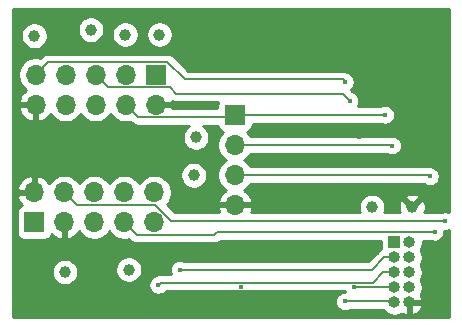
<source format=gbl>
%TF.GenerationSoftware,KiCad,Pcbnew,5.1.8-db9833491~88~ubuntu20.04.1*%
%TF.CreationDate,2021-01-24T20:33:40-05:00*%
%TF.ProjectId,v2.1_breakout,76322e31-5f62-4726-9561-6b6f75742e6b,rev?*%
%TF.SameCoordinates,Original*%
%TF.FileFunction,Copper,L2,Bot*%
%TF.FilePolarity,Positive*%
%FSLAX46Y46*%
G04 Gerber Fmt 4.6, Leading zero omitted, Abs format (unit mm)*
G04 Created by KiCad (PCBNEW 5.1.8-db9833491~88~ubuntu20.04.1) date 2021-01-24 20:33:40*
%MOMM*%
%LPD*%
G01*
G04 APERTURE LIST*
%TA.AperFunction,ComponentPad*%
%ADD10O,1.000000X1.000000*%
%TD*%
%TA.AperFunction,ComponentPad*%
%ADD11R,1.000000X1.000000*%
%TD*%
%TA.AperFunction,ComponentPad*%
%ADD12C,1.000000*%
%TD*%
%TA.AperFunction,ComponentPad*%
%ADD13O,1.700000X1.700000*%
%TD*%
%TA.AperFunction,ComponentPad*%
%ADD14R,1.700000X1.700000*%
%TD*%
%TA.AperFunction,ViaPad*%
%ADD15C,0.400000*%
%TD*%
%TA.AperFunction,Conductor*%
%ADD16C,0.203200*%
%TD*%
%TA.AperFunction,Conductor*%
%ADD17C,0.254000*%
%TD*%
%TA.AperFunction,Conductor*%
%ADD18C,0.100000*%
%TD*%
G04 APERTURE END LIST*
D10*
%TO.P,J2,10*%
%TO.N,/GND*%
X76470000Y-171080000D03*
%TO.P,J2,9*%
%TO.N,/TDI*%
X75200000Y-171080000D03*
%TO.P,J2,8*%
%TO.N,/C2D*%
X76470000Y-169810000D03*
%TO.P,J2,7*%
%TO.N,/TMS*%
X75200000Y-169810000D03*
%TO.P,J2,6*%
%TO.N,/C2CK*%
X76470000Y-168540000D03*
%TO.P,J2,5*%
%TO.N,/TDO*%
X75200000Y-168540000D03*
%TO.P,J2,4*%
%TO.N,/UART0_RX*%
X76470000Y-167270000D03*
%TO.P,J2,3*%
%TO.N,/TCK*%
X75200000Y-167270000D03*
%TO.P,J2,2*%
%TO.N,/UART0_TX*%
X76470000Y-166000000D03*
D11*
%TO.P,J2,1*%
%TO.N,/+3V3*%
X75200000Y-166000000D03*
%TD*%
D12*
%TO.P,TP10,1*%
%TO.N,/C2CK*%
X52700000Y-168300000D03*
%TD*%
%TO.P,TP9,1*%
%TO.N,/TMS*%
X49500000Y-148000000D03*
%TD*%
%TO.P,TP8,1*%
%TO.N,/C2D*%
X47300000Y-168500000D03*
%TD*%
%TO.P,TP7,1*%
%TO.N,/TDI*%
X44700000Y-148500000D03*
%TD*%
%TO.P,TP6,1*%
%TO.N,/GND*%
X76700000Y-163000000D03*
%TD*%
%TO.P,TP5,1*%
%TO.N,/+3V3*%
X73300000Y-163000000D03*
%TD*%
%TO.P,TP4,1*%
%TO.N,/UART0_TX*%
X58400000Y-157100000D03*
%TD*%
%TO.P,TP3,1*%
%TO.N,/TCK*%
X55300000Y-148400000D03*
%TD*%
%TO.P,TP2,1*%
%TO.N,/UART0_RX*%
X58200000Y-160300000D03*
%TD*%
%TO.P,TP1,1*%
%TO.N,/TDO*%
X52400000Y-148400000D03*
%TD*%
D13*
%TO.P,J4,4*%
%TO.N,/GND*%
X61700000Y-162820000D03*
%TO.P,J4,3*%
%TO.N,/UART0_RX*%
X61700000Y-160280000D03*
%TO.P,J4,2*%
%TO.N,/UART0_TX*%
X61700000Y-157740000D03*
D14*
%TO.P,J4,1*%
%TO.N,/+3V3*%
X61700000Y-155200000D03*
%TD*%
D13*
%TO.P,J3,10*%
%TO.N,N/C*%
X54860000Y-161760000D03*
%TO.P,J3,9*%
%TO.N,/GND*%
X54860000Y-164300000D03*
%TO.P,J3,8*%
%TO.N,N/C*%
X52320000Y-161760000D03*
%TO.P,J3,7*%
%TO.N,/C2CK*%
X52320000Y-164300000D03*
%TO.P,J3,6*%
%TO.N,N/C*%
X49780000Y-161760000D03*
%TO.P,J3,5*%
X49780000Y-164300000D03*
%TO.P,J3,4*%
%TO.N,/C2D*%
X47240000Y-161760000D03*
%TO.P,J3,3*%
%TO.N,/GND*%
X47240000Y-164300000D03*
%TO.P,J3,2*%
X44700000Y-161760000D03*
D14*
%TO.P,J3,1*%
%TO.N,N/C*%
X44700000Y-164300000D03*
%TD*%
D13*
%TO.P,J1,10*%
%TO.N,/GND*%
X44810000Y-154340000D03*
%TO.P,J1,9*%
%TO.N,/TDI*%
X44810000Y-151800000D03*
%TO.P,J1,8*%
%TO.N,N/C*%
X47350000Y-154340000D03*
%TO.P,J1,7*%
X47350000Y-151800000D03*
%TO.P,J1,6*%
X49890000Y-154340000D03*
%TO.P,J1,5*%
%TO.N,/TMS*%
X49890000Y-151800000D03*
%TO.P,J1,4*%
%TO.N,/+3V3*%
X52430000Y-154340000D03*
%TO.P,J1,3*%
%TO.N,/TDO*%
X52430000Y-151800000D03*
%TO.P,J1,2*%
%TO.N,/GND*%
X54970000Y-154340000D03*
D14*
%TO.P,J1,1*%
%TO.N,/TCK*%
X54970000Y-151800000D03*
%TD*%
D15*
%TO.N,/GND*%
X75100000Y-172300000D03*
X62200000Y-169800000D03*
X69000000Y-150500000D03*
X46000000Y-158900000D03*
X58700000Y-167200000D03*
X58300000Y-148700000D03*
X68900000Y-158700000D03*
X71300000Y-162700000D03*
X74500000Y-150000000D03*
X72200000Y-157100000D03*
X72300000Y-149700000D03*
X76800000Y-156500000D03*
X61700000Y-166700000D03*
X50400000Y-168200000D03*
X55000000Y-158400000D03*
X51400000Y-158100000D03*
X58500000Y-162100000D03*
%TO.N,/TDI*%
X71000000Y-152400000D03*
X71000000Y-171000000D03*
%TO.N,/TMS*%
X71400000Y-154000000D03*
X71800000Y-169800000D03*
%TO.N,/+3V3*%
X74400000Y-155200000D03*
%TO.N,/TDO*%
X55200000Y-169600000D03*
%TO.N,/TCK*%
X57000000Y-168300000D03*
%TO.N,/C2CK*%
X78600000Y-165100000D03*
%TO.N,/C2D*%
X79496800Y-164200000D03*
%TO.N,/UART0_TX*%
X75000000Y-157800000D03*
%TO.N,/UART0_RX*%
X78200000Y-160400000D03*
%TD*%
D16*
%TO.N,/TDI*%
X45863201Y-150746799D02*
X44810000Y-151800000D01*
X55982561Y-150746799D02*
X45863201Y-150746799D01*
X57435762Y-152200000D02*
X55982561Y-150746799D01*
X70800000Y-152200000D02*
X71000000Y-152400000D01*
X57435762Y-152200000D02*
X70800000Y-152200000D01*
X75120000Y-171000000D02*
X75200000Y-171080000D01*
X71000000Y-171000000D02*
X75120000Y-171000000D01*
%TO.N,/TMS*%
X50943201Y-152853201D02*
X49890000Y-151800000D01*
X56153201Y-152853201D02*
X50943201Y-152853201D01*
X56703201Y-153403201D02*
X56153201Y-152853201D01*
X70803201Y-153403201D02*
X71400000Y-154000000D01*
X56703201Y-153403201D02*
X70803201Y-153403201D01*
X75190000Y-169800000D02*
X75200000Y-169810000D01*
X71800000Y-169800000D02*
X75190000Y-169800000D01*
%TO.N,/+3V3*%
X61506799Y-155393201D02*
X61700000Y-155200000D01*
X53483201Y-155393201D02*
X61506799Y-155393201D01*
X52430000Y-154340000D02*
X53483201Y-155393201D01*
X61700000Y-155200000D02*
X69500000Y-155200000D01*
X69500000Y-155200000D02*
X74400000Y-155200000D01*
%TO.N,/TDO*%
X74260000Y-168540000D02*
X75200000Y-168540000D01*
X73403201Y-169396799D02*
X74260000Y-168540000D01*
X55403201Y-169396799D02*
X73403201Y-169396799D01*
X55200000Y-169600000D02*
X55403201Y-169396799D01*
%TO.N,/TCK*%
X74330000Y-167270000D02*
X75200000Y-167270000D01*
X73300000Y-168300000D02*
X74330000Y-167270000D01*
X57000000Y-168300000D02*
X73300000Y-168300000D01*
%TO.N,/C2CK*%
X53373201Y-165353201D02*
X52320000Y-164300000D01*
X59950061Y-165353201D02*
X53373201Y-165353201D01*
X60203262Y-165100000D02*
X59950061Y-165353201D01*
X78600000Y-165100000D02*
X60203262Y-165100000D01*
%TO.N,/C2D*%
X48293201Y-162813201D02*
X47240000Y-161760000D01*
X54931939Y-162813201D02*
X48293201Y-162813201D01*
X56318738Y-164200000D02*
X54931939Y-162813201D01*
X79496800Y-164200000D02*
X56318738Y-164200000D01*
%TO.N,/UART0_TX*%
X74940000Y-157740000D02*
X75000000Y-157800000D01*
X61700000Y-157740000D02*
X74940000Y-157740000D01*
%TO.N,/UART0_RX*%
X78080000Y-160280000D02*
X78200000Y-160400000D01*
X61700000Y-160280000D02*
X78080000Y-160280000D01*
%TD*%
D17*
%TO.N,/GND*%
X79840000Y-163438361D02*
X79740360Y-163397089D01*
X79579040Y-163365000D01*
X79414560Y-163365000D01*
X79253240Y-163397089D01*
X79101279Y-163460033D01*
X79096240Y-163463400D01*
X77736094Y-163463400D01*
X77782458Y-163359174D01*
X77831731Y-163141095D01*
X77837511Y-162917594D01*
X77799577Y-162697260D01*
X77719387Y-162488560D01*
X77691588Y-162436550D01*
X77478166Y-162401439D01*
X76879605Y-163000000D01*
X76893748Y-163014143D01*
X76714143Y-163193748D01*
X76700000Y-163179605D01*
X76685858Y-163193748D01*
X76506253Y-163014143D01*
X76520395Y-163000000D01*
X75921834Y-162401439D01*
X75708412Y-162436550D01*
X75617542Y-162640826D01*
X75568269Y-162858905D01*
X75562489Y-163082406D01*
X75600423Y-163302740D01*
X75662154Y-163463400D01*
X74336569Y-163463400D01*
X74391383Y-163331067D01*
X74435000Y-163111788D01*
X74435000Y-162888212D01*
X74391383Y-162668933D01*
X74305824Y-162462376D01*
X74181612Y-162276480D01*
X74126966Y-162221834D01*
X76101439Y-162221834D01*
X76700000Y-162820395D01*
X77298561Y-162221834D01*
X77263450Y-162008412D01*
X77059174Y-161917542D01*
X76841095Y-161868269D01*
X76617594Y-161862489D01*
X76397260Y-161900423D01*
X76188560Y-161980613D01*
X76136550Y-162008412D01*
X76101439Y-162221834D01*
X74126966Y-162221834D01*
X74023520Y-162118388D01*
X73837624Y-161994176D01*
X73631067Y-161908617D01*
X73411788Y-161865000D01*
X73188212Y-161865000D01*
X72968933Y-161908617D01*
X72762376Y-161994176D01*
X72576480Y-162118388D01*
X72418388Y-162276480D01*
X72294176Y-162462376D01*
X72208617Y-162668933D01*
X72165000Y-162888212D01*
X72165000Y-163111788D01*
X72208617Y-163331067D01*
X72263431Y-163463400D01*
X63030475Y-163463400D01*
X63096825Y-163324099D01*
X63141476Y-163176890D01*
X63020155Y-162947000D01*
X61827000Y-162947000D01*
X61827000Y-162967000D01*
X61573000Y-162967000D01*
X61573000Y-162947000D01*
X60379845Y-162947000D01*
X60258524Y-163176890D01*
X60303175Y-163324099D01*
X60369525Y-163463400D01*
X56623848Y-163463400D01*
X55940277Y-162779830D01*
X56013475Y-162706632D01*
X56175990Y-162463411D01*
X56287932Y-162193158D01*
X56345000Y-161906260D01*
X56345000Y-161613740D01*
X56287932Y-161326842D01*
X56175990Y-161056589D01*
X56013475Y-160813368D01*
X55806632Y-160606525D01*
X55563411Y-160444010D01*
X55293158Y-160332068D01*
X55006260Y-160275000D01*
X54713740Y-160275000D01*
X54426842Y-160332068D01*
X54156589Y-160444010D01*
X53913368Y-160606525D01*
X53706525Y-160813368D01*
X53590000Y-160987760D01*
X53473475Y-160813368D01*
X53266632Y-160606525D01*
X53023411Y-160444010D01*
X52753158Y-160332068D01*
X52466260Y-160275000D01*
X52173740Y-160275000D01*
X51886842Y-160332068D01*
X51616589Y-160444010D01*
X51373368Y-160606525D01*
X51166525Y-160813368D01*
X51050000Y-160987760D01*
X50933475Y-160813368D01*
X50726632Y-160606525D01*
X50483411Y-160444010D01*
X50213158Y-160332068D01*
X49926260Y-160275000D01*
X49633740Y-160275000D01*
X49346842Y-160332068D01*
X49076589Y-160444010D01*
X48833368Y-160606525D01*
X48626525Y-160813368D01*
X48510000Y-160987760D01*
X48393475Y-160813368D01*
X48186632Y-160606525D01*
X47943411Y-160444010D01*
X47673158Y-160332068D01*
X47386260Y-160275000D01*
X47093740Y-160275000D01*
X46806842Y-160332068D01*
X46536589Y-160444010D01*
X46293368Y-160606525D01*
X46086525Y-160813368D01*
X45964805Y-160995534D01*
X45895178Y-160878645D01*
X45700269Y-160662412D01*
X45466920Y-160488359D01*
X45204099Y-160363175D01*
X45056890Y-160318524D01*
X44827000Y-160439845D01*
X44827000Y-161633000D01*
X44847000Y-161633000D01*
X44847000Y-161887000D01*
X44827000Y-161887000D01*
X44827000Y-161907000D01*
X44573000Y-161907000D01*
X44573000Y-161887000D01*
X43379186Y-161887000D01*
X43258519Y-162116891D01*
X43355843Y-162391252D01*
X43504822Y-162641355D01*
X43681626Y-162837502D01*
X43605820Y-162860498D01*
X43495506Y-162919463D01*
X43398815Y-162998815D01*
X43319463Y-163095506D01*
X43260498Y-163205820D01*
X43224188Y-163325518D01*
X43211928Y-163450000D01*
X43211928Y-165150000D01*
X43224188Y-165274482D01*
X43260498Y-165394180D01*
X43319463Y-165504494D01*
X43398815Y-165601185D01*
X43495506Y-165680537D01*
X43605820Y-165739502D01*
X43725518Y-165775812D01*
X43850000Y-165788072D01*
X45550000Y-165788072D01*
X45674482Y-165775812D01*
X45794180Y-165739502D01*
X45904494Y-165680537D01*
X46001185Y-165601185D01*
X46080537Y-165504494D01*
X46139502Y-165394180D01*
X46163966Y-165313534D01*
X46239731Y-165397588D01*
X46473080Y-165571641D01*
X46735901Y-165696825D01*
X46883110Y-165741476D01*
X47113000Y-165620155D01*
X47113000Y-164427000D01*
X47093000Y-164427000D01*
X47093000Y-164173000D01*
X47113000Y-164173000D01*
X47113000Y-164153000D01*
X47367000Y-164153000D01*
X47367000Y-164173000D01*
X47387000Y-164173000D01*
X47387000Y-164427000D01*
X47367000Y-164427000D01*
X47367000Y-165620155D01*
X47596890Y-165741476D01*
X47744099Y-165696825D01*
X48006920Y-165571641D01*
X48240269Y-165397588D01*
X48435178Y-165181355D01*
X48504805Y-165064466D01*
X48626525Y-165246632D01*
X48833368Y-165453475D01*
X49076589Y-165615990D01*
X49346842Y-165727932D01*
X49633740Y-165785000D01*
X49926260Y-165785000D01*
X50213158Y-165727932D01*
X50483411Y-165615990D01*
X50726632Y-165453475D01*
X50933475Y-165246632D01*
X51050000Y-165072240D01*
X51166525Y-165246632D01*
X51373368Y-165453475D01*
X51616589Y-165615990D01*
X51886842Y-165727932D01*
X52173740Y-165785000D01*
X52466260Y-165785000D01*
X52714009Y-165735719D01*
X52826760Y-165848470D01*
X52849826Y-165876576D01*
X52961988Y-165968625D01*
X53089952Y-166037023D01*
X53228802Y-166079143D01*
X53337015Y-166089801D01*
X53337024Y-166089801D01*
X53373200Y-166093364D01*
X53409376Y-166089801D01*
X59913878Y-166089801D01*
X59950061Y-166093365D01*
X59986244Y-166089801D01*
X59986247Y-166089801D01*
X60094460Y-166079143D01*
X60233310Y-166037023D01*
X60361274Y-165968625D01*
X60473436Y-165876576D01*
X60496507Y-165848464D01*
X60508371Y-165836600D01*
X74061928Y-165836600D01*
X74061928Y-166500000D01*
X74069729Y-166579208D01*
X74046751Y-166586178D01*
X73918787Y-166654576D01*
X73834779Y-166723520D01*
X73806625Y-166746625D01*
X73783559Y-166774731D01*
X72994891Y-167563400D01*
X57400560Y-167563400D01*
X57395521Y-167560033D01*
X57243560Y-167497089D01*
X57082240Y-167465000D01*
X56917760Y-167465000D01*
X56756440Y-167497089D01*
X56604479Y-167560033D01*
X56467719Y-167651413D01*
X56351413Y-167767719D01*
X56260033Y-167904479D01*
X56197089Y-168056440D01*
X56165000Y-168217760D01*
X56165000Y-168382240D01*
X56197089Y-168543560D01*
X56245402Y-168660199D01*
X55439387Y-168660199D01*
X55403201Y-168656635D01*
X55367015Y-168660199D01*
X55258802Y-168670857D01*
X55119952Y-168712977D01*
X54991988Y-168781375D01*
X54978087Y-168792783D01*
X54956440Y-168797089D01*
X54804479Y-168860033D01*
X54667719Y-168951413D01*
X54551413Y-169067719D01*
X54460033Y-169204479D01*
X54397089Y-169356440D01*
X54365000Y-169517760D01*
X54365000Y-169682240D01*
X54397089Y-169843560D01*
X54460033Y-169995521D01*
X54551413Y-170132281D01*
X54667719Y-170248587D01*
X54804479Y-170339967D01*
X54956440Y-170402911D01*
X55117760Y-170435000D01*
X55282240Y-170435000D01*
X55443560Y-170402911D01*
X55595521Y-170339967D01*
X55732281Y-170248587D01*
X55847469Y-170133399D01*
X71034301Y-170133399D01*
X71047391Y-170165000D01*
X70917760Y-170165000D01*
X70756440Y-170197089D01*
X70604479Y-170260033D01*
X70467719Y-170351413D01*
X70351413Y-170467719D01*
X70260033Y-170604479D01*
X70197089Y-170756440D01*
X70165000Y-170917760D01*
X70165000Y-171082240D01*
X70197089Y-171243560D01*
X70260033Y-171395521D01*
X70351413Y-171532281D01*
X70467719Y-171648587D01*
X70604479Y-171739967D01*
X70756440Y-171802911D01*
X70917760Y-171835000D01*
X71082240Y-171835000D01*
X71243560Y-171802911D01*
X71395521Y-171739967D01*
X71400560Y-171736600D01*
X74273673Y-171736600D01*
X74318388Y-171803520D01*
X74476480Y-171961612D01*
X74662376Y-172085824D01*
X74868933Y-172171383D01*
X75088212Y-172215000D01*
X75311788Y-172215000D01*
X75531067Y-172171383D01*
X75737624Y-172085824D01*
X75839512Y-172017744D01*
X75960471Y-172094210D01*
X76168124Y-172174126D01*
X76343000Y-172049129D01*
X76343000Y-171207000D01*
X76597000Y-171207000D01*
X76597000Y-172049129D01*
X76771876Y-172174126D01*
X76979529Y-172094210D01*
X77167601Y-171975318D01*
X77328865Y-171822020D01*
X77457123Y-171640206D01*
X77547446Y-171436864D01*
X77564119Y-171381874D01*
X77437954Y-171207000D01*
X76597000Y-171207000D01*
X76343000Y-171207000D01*
X76331974Y-171207000D01*
X76335000Y-171191788D01*
X76335000Y-170968212D01*
X76331974Y-170953000D01*
X76343000Y-170953000D01*
X76343000Y-170941974D01*
X76358212Y-170945000D01*
X76581788Y-170945000D01*
X76597000Y-170941974D01*
X76597000Y-170953000D01*
X77437954Y-170953000D01*
X77564119Y-170778126D01*
X77547446Y-170723136D01*
X77457123Y-170519794D01*
X77407647Y-170449658D01*
X77475824Y-170347624D01*
X77561383Y-170141067D01*
X77605000Y-169921788D01*
X77605000Y-169698212D01*
X77561383Y-169478933D01*
X77475824Y-169272376D01*
X77410759Y-169175000D01*
X77475824Y-169077624D01*
X77561383Y-168871067D01*
X77605000Y-168651788D01*
X77605000Y-168428212D01*
X77561383Y-168208933D01*
X77475824Y-168002376D01*
X77410759Y-167905000D01*
X77475824Y-167807624D01*
X77561383Y-167601067D01*
X77605000Y-167381788D01*
X77605000Y-167158212D01*
X77561383Y-166938933D01*
X77475824Y-166732376D01*
X77410759Y-166635000D01*
X77475824Y-166537624D01*
X77561383Y-166331067D01*
X77605000Y-166111788D01*
X77605000Y-165888212D01*
X77594734Y-165836600D01*
X78199440Y-165836600D01*
X78204479Y-165839967D01*
X78356440Y-165902911D01*
X78517760Y-165935000D01*
X78682240Y-165935000D01*
X78843560Y-165902911D01*
X78995521Y-165839967D01*
X79132281Y-165748587D01*
X79248587Y-165632281D01*
X79339967Y-165495521D01*
X79402911Y-165343560D01*
X79435000Y-165182240D01*
X79435000Y-165035000D01*
X79579040Y-165035000D01*
X79740360Y-165002911D01*
X79840000Y-164961639D01*
X79840000Y-172340000D01*
X42860000Y-172340000D01*
X42860000Y-168388212D01*
X46165000Y-168388212D01*
X46165000Y-168611788D01*
X46208617Y-168831067D01*
X46294176Y-169037624D01*
X46418388Y-169223520D01*
X46576480Y-169381612D01*
X46762376Y-169505824D01*
X46968933Y-169591383D01*
X47188212Y-169635000D01*
X47411788Y-169635000D01*
X47631067Y-169591383D01*
X47837624Y-169505824D01*
X48023520Y-169381612D01*
X48181612Y-169223520D01*
X48305824Y-169037624D01*
X48391383Y-168831067D01*
X48435000Y-168611788D01*
X48435000Y-168388212D01*
X48395218Y-168188212D01*
X51565000Y-168188212D01*
X51565000Y-168411788D01*
X51608617Y-168631067D01*
X51694176Y-168837624D01*
X51818388Y-169023520D01*
X51976480Y-169181612D01*
X52162376Y-169305824D01*
X52368933Y-169391383D01*
X52588212Y-169435000D01*
X52811788Y-169435000D01*
X53031067Y-169391383D01*
X53237624Y-169305824D01*
X53423520Y-169181612D01*
X53581612Y-169023520D01*
X53705824Y-168837624D01*
X53791383Y-168631067D01*
X53835000Y-168411788D01*
X53835000Y-168188212D01*
X53791383Y-167968933D01*
X53705824Y-167762376D01*
X53581612Y-167576480D01*
X53423520Y-167418388D01*
X53237624Y-167294176D01*
X53031067Y-167208617D01*
X52811788Y-167165000D01*
X52588212Y-167165000D01*
X52368933Y-167208617D01*
X52162376Y-167294176D01*
X51976480Y-167418388D01*
X51818388Y-167576480D01*
X51694176Y-167762376D01*
X51608617Y-167968933D01*
X51565000Y-168188212D01*
X48395218Y-168188212D01*
X48391383Y-168168933D01*
X48305824Y-167962376D01*
X48181612Y-167776480D01*
X48023520Y-167618388D01*
X47837624Y-167494176D01*
X47631067Y-167408617D01*
X47411788Y-167365000D01*
X47188212Y-167365000D01*
X46968933Y-167408617D01*
X46762376Y-167494176D01*
X46576480Y-167618388D01*
X46418388Y-167776480D01*
X46294176Y-167962376D01*
X46208617Y-168168933D01*
X46165000Y-168388212D01*
X42860000Y-168388212D01*
X42860000Y-161403109D01*
X43258519Y-161403109D01*
X43379186Y-161633000D01*
X44573000Y-161633000D01*
X44573000Y-160439845D01*
X44343110Y-160318524D01*
X44195901Y-160363175D01*
X43933080Y-160488359D01*
X43699731Y-160662412D01*
X43504822Y-160878645D01*
X43355843Y-161128748D01*
X43258519Y-161403109D01*
X42860000Y-161403109D01*
X42860000Y-160188212D01*
X57065000Y-160188212D01*
X57065000Y-160411788D01*
X57108617Y-160631067D01*
X57194176Y-160837624D01*
X57318388Y-161023520D01*
X57476480Y-161181612D01*
X57662376Y-161305824D01*
X57868933Y-161391383D01*
X58088212Y-161435000D01*
X58311788Y-161435000D01*
X58531067Y-161391383D01*
X58737624Y-161305824D01*
X58923520Y-161181612D01*
X59081612Y-161023520D01*
X59205824Y-160837624D01*
X59291383Y-160631067D01*
X59335000Y-160411788D01*
X59335000Y-160188212D01*
X59291383Y-159968933D01*
X59205824Y-159762376D01*
X59081612Y-159576480D01*
X58923520Y-159418388D01*
X58737624Y-159294176D01*
X58531067Y-159208617D01*
X58311788Y-159165000D01*
X58088212Y-159165000D01*
X57868933Y-159208617D01*
X57662376Y-159294176D01*
X57476480Y-159418388D01*
X57318388Y-159576480D01*
X57194176Y-159762376D01*
X57108617Y-159968933D01*
X57065000Y-160188212D01*
X42860000Y-160188212D01*
X42860000Y-154696891D01*
X43368519Y-154696891D01*
X43465843Y-154971252D01*
X43614822Y-155221355D01*
X43809731Y-155437588D01*
X44043080Y-155611641D01*
X44305901Y-155736825D01*
X44453110Y-155781476D01*
X44683000Y-155660155D01*
X44683000Y-154467000D01*
X43489186Y-154467000D01*
X43368519Y-154696891D01*
X42860000Y-154696891D01*
X42860000Y-151653740D01*
X43325000Y-151653740D01*
X43325000Y-151946260D01*
X43382068Y-152233158D01*
X43494010Y-152503411D01*
X43656525Y-152746632D01*
X43863368Y-152953475D01*
X44039406Y-153071100D01*
X43809731Y-153242412D01*
X43614822Y-153458645D01*
X43465843Y-153708748D01*
X43368519Y-153983109D01*
X43489186Y-154213000D01*
X44683000Y-154213000D01*
X44683000Y-154193000D01*
X44937000Y-154193000D01*
X44937000Y-154213000D01*
X44957000Y-154213000D01*
X44957000Y-154467000D01*
X44937000Y-154467000D01*
X44937000Y-155660155D01*
X45166890Y-155781476D01*
X45314099Y-155736825D01*
X45576920Y-155611641D01*
X45810269Y-155437588D01*
X46005178Y-155221355D01*
X46074805Y-155104466D01*
X46196525Y-155286632D01*
X46403368Y-155493475D01*
X46646589Y-155655990D01*
X46916842Y-155767932D01*
X47203740Y-155825000D01*
X47496260Y-155825000D01*
X47783158Y-155767932D01*
X48053411Y-155655990D01*
X48296632Y-155493475D01*
X48503475Y-155286632D01*
X48620000Y-155112240D01*
X48736525Y-155286632D01*
X48943368Y-155493475D01*
X49186589Y-155655990D01*
X49456842Y-155767932D01*
X49743740Y-155825000D01*
X50036260Y-155825000D01*
X50323158Y-155767932D01*
X50593411Y-155655990D01*
X50836632Y-155493475D01*
X51043475Y-155286632D01*
X51160000Y-155112240D01*
X51276525Y-155286632D01*
X51483368Y-155493475D01*
X51726589Y-155655990D01*
X51996842Y-155767932D01*
X52283740Y-155825000D01*
X52576260Y-155825000D01*
X52824009Y-155775719D01*
X52936760Y-155888470D01*
X52959826Y-155916576D01*
X53071988Y-156008625D01*
X53199952Y-156077023D01*
X53338802Y-156119143D01*
X53447015Y-156129801D01*
X53447024Y-156129801D01*
X53483200Y-156133364D01*
X53519376Y-156129801D01*
X57809060Y-156129801D01*
X57676480Y-156218388D01*
X57518388Y-156376480D01*
X57394176Y-156562376D01*
X57308617Y-156768933D01*
X57265000Y-156988212D01*
X57265000Y-157211788D01*
X57308617Y-157431067D01*
X57394176Y-157637624D01*
X57518388Y-157823520D01*
X57676480Y-157981612D01*
X57862376Y-158105824D01*
X58068933Y-158191383D01*
X58288212Y-158235000D01*
X58511788Y-158235000D01*
X58731067Y-158191383D01*
X58937624Y-158105824D01*
X59123520Y-157981612D01*
X59281612Y-157823520D01*
X59405824Y-157637624D01*
X59491383Y-157431067D01*
X59535000Y-157211788D01*
X59535000Y-156988212D01*
X59491383Y-156768933D01*
X59405824Y-156562376D01*
X59281612Y-156376480D01*
X59123520Y-156218388D01*
X58990940Y-156129801D01*
X60219787Y-156129801D01*
X60224188Y-156174482D01*
X60260498Y-156294180D01*
X60319463Y-156404494D01*
X60398815Y-156501185D01*
X60495506Y-156580537D01*
X60605820Y-156639502D01*
X60678380Y-156661513D01*
X60546525Y-156793368D01*
X60384010Y-157036589D01*
X60272068Y-157306842D01*
X60215000Y-157593740D01*
X60215000Y-157886260D01*
X60272068Y-158173158D01*
X60384010Y-158443411D01*
X60546525Y-158686632D01*
X60753368Y-158893475D01*
X60927760Y-159010000D01*
X60753368Y-159126525D01*
X60546525Y-159333368D01*
X60384010Y-159576589D01*
X60272068Y-159846842D01*
X60215000Y-160133740D01*
X60215000Y-160426260D01*
X60272068Y-160713158D01*
X60384010Y-160983411D01*
X60546525Y-161226632D01*
X60753368Y-161433475D01*
X60935534Y-161555195D01*
X60818645Y-161624822D01*
X60602412Y-161819731D01*
X60428359Y-162053080D01*
X60303175Y-162315901D01*
X60258524Y-162463110D01*
X60379845Y-162693000D01*
X61573000Y-162693000D01*
X61573000Y-162673000D01*
X61827000Y-162673000D01*
X61827000Y-162693000D01*
X63020155Y-162693000D01*
X63141476Y-162463110D01*
X63096825Y-162315901D01*
X62971641Y-162053080D01*
X62797588Y-161819731D01*
X62581355Y-161624822D01*
X62464466Y-161555195D01*
X62646632Y-161433475D01*
X62853475Y-161226632D01*
X62993814Y-161016600D01*
X77635732Y-161016600D01*
X77667719Y-161048587D01*
X77804479Y-161139967D01*
X77956440Y-161202911D01*
X78117760Y-161235000D01*
X78282240Y-161235000D01*
X78443560Y-161202911D01*
X78595521Y-161139967D01*
X78732281Y-161048587D01*
X78848587Y-160932281D01*
X78939967Y-160795521D01*
X79002911Y-160643560D01*
X79035000Y-160482240D01*
X79035000Y-160317760D01*
X79002911Y-160156440D01*
X78939967Y-160004479D01*
X78848587Y-159867719D01*
X78732281Y-159751413D01*
X78595521Y-159660033D01*
X78443560Y-159597089D01*
X78282240Y-159565000D01*
X78260470Y-159565000D01*
X78224399Y-159554058D01*
X78116186Y-159543400D01*
X78116183Y-159543400D01*
X78080000Y-159539836D01*
X78043817Y-159543400D01*
X62993814Y-159543400D01*
X62853475Y-159333368D01*
X62646632Y-159126525D01*
X62472240Y-159010000D01*
X62646632Y-158893475D01*
X62853475Y-158686632D01*
X62993814Y-158476600D01*
X74509643Y-158476600D01*
X74604479Y-158539967D01*
X74756440Y-158602911D01*
X74917760Y-158635000D01*
X75082240Y-158635000D01*
X75243560Y-158602911D01*
X75395521Y-158539967D01*
X75532281Y-158448587D01*
X75648587Y-158332281D01*
X75739967Y-158195521D01*
X75802911Y-158043560D01*
X75835000Y-157882240D01*
X75835000Y-157717760D01*
X75802911Y-157556440D01*
X75739967Y-157404479D01*
X75648587Y-157267719D01*
X75532281Y-157151413D01*
X75395521Y-157060033D01*
X75243560Y-156997089D01*
X75082240Y-156965000D01*
X74917760Y-156965000D01*
X74756440Y-156997089D01*
X74741204Y-157003400D01*
X62993814Y-157003400D01*
X62853475Y-156793368D01*
X62721620Y-156661513D01*
X62794180Y-156639502D01*
X62904494Y-156580537D01*
X63001185Y-156501185D01*
X63080537Y-156404494D01*
X63139502Y-156294180D01*
X63175812Y-156174482D01*
X63188072Y-156050000D01*
X63188072Y-155936600D01*
X73999440Y-155936600D01*
X74004479Y-155939967D01*
X74156440Y-156002911D01*
X74317760Y-156035000D01*
X74482240Y-156035000D01*
X74643560Y-156002911D01*
X74795521Y-155939967D01*
X74932281Y-155848587D01*
X75048587Y-155732281D01*
X75139967Y-155595521D01*
X75202911Y-155443560D01*
X75235000Y-155282240D01*
X75235000Y-155117760D01*
X75202911Y-154956440D01*
X75139967Y-154804479D01*
X75048587Y-154667719D01*
X74932281Y-154551413D01*
X74795521Y-154460033D01*
X74643560Y-154397089D01*
X74482240Y-154365000D01*
X74317760Y-154365000D01*
X74156440Y-154397089D01*
X74004479Y-154460033D01*
X73999440Y-154463400D01*
X72094612Y-154463400D01*
X72139967Y-154395521D01*
X72202911Y-154243560D01*
X72235000Y-154082240D01*
X72235000Y-153917760D01*
X72202911Y-153756440D01*
X72139967Y-153604479D01*
X72048587Y-153467719D01*
X71932281Y-153351413D01*
X71795521Y-153260033D01*
X71643560Y-153197089D01*
X71637616Y-153195907D01*
X71507113Y-153065404D01*
X71532281Y-153048587D01*
X71648587Y-152932281D01*
X71739967Y-152795521D01*
X71802911Y-152643560D01*
X71835000Y-152482240D01*
X71835000Y-152317760D01*
X71802911Y-152156440D01*
X71739967Y-152004479D01*
X71648587Y-151867719D01*
X71532281Y-151751413D01*
X71395521Y-151660033D01*
X71243560Y-151597089D01*
X71220990Y-151592599D01*
X71211213Y-151584576D01*
X71083249Y-151516178D01*
X70944399Y-151474058D01*
X70836186Y-151463400D01*
X70836183Y-151463400D01*
X70800000Y-151459836D01*
X70763817Y-151463400D01*
X57740872Y-151463400D01*
X56529006Y-150251535D01*
X56505936Y-150223424D01*
X56393774Y-150131375D01*
X56265810Y-150062977D01*
X56126960Y-150020857D01*
X56018747Y-150010199D01*
X56018744Y-150010199D01*
X55982561Y-150006635D01*
X55946378Y-150010199D01*
X45899376Y-150010199D01*
X45863200Y-150006636D01*
X45827024Y-150010199D01*
X45827015Y-150010199D01*
X45718802Y-150020857D01*
X45579952Y-150062977D01*
X45451988Y-150131375D01*
X45339826Y-150223424D01*
X45316760Y-150251530D01*
X45204009Y-150364281D01*
X44956260Y-150315000D01*
X44663740Y-150315000D01*
X44376842Y-150372068D01*
X44106589Y-150484010D01*
X43863368Y-150646525D01*
X43656525Y-150853368D01*
X43494010Y-151096589D01*
X43382068Y-151366842D01*
X43325000Y-151653740D01*
X42860000Y-151653740D01*
X42860000Y-148388212D01*
X43565000Y-148388212D01*
X43565000Y-148611788D01*
X43608617Y-148831067D01*
X43694176Y-149037624D01*
X43818388Y-149223520D01*
X43976480Y-149381612D01*
X44162376Y-149505824D01*
X44368933Y-149591383D01*
X44588212Y-149635000D01*
X44811788Y-149635000D01*
X45031067Y-149591383D01*
X45237624Y-149505824D01*
X45423520Y-149381612D01*
X45581612Y-149223520D01*
X45705824Y-149037624D01*
X45791383Y-148831067D01*
X45835000Y-148611788D01*
X45835000Y-148388212D01*
X45791383Y-148168933D01*
X45705824Y-147962376D01*
X45656270Y-147888212D01*
X48365000Y-147888212D01*
X48365000Y-148111788D01*
X48408617Y-148331067D01*
X48494176Y-148537624D01*
X48618388Y-148723520D01*
X48776480Y-148881612D01*
X48962376Y-149005824D01*
X49168933Y-149091383D01*
X49388212Y-149135000D01*
X49611788Y-149135000D01*
X49831067Y-149091383D01*
X50037624Y-149005824D01*
X50223520Y-148881612D01*
X50381612Y-148723520D01*
X50505824Y-148537624D01*
X50591383Y-148331067D01*
X50599907Y-148288212D01*
X51265000Y-148288212D01*
X51265000Y-148511788D01*
X51308617Y-148731067D01*
X51394176Y-148937624D01*
X51518388Y-149123520D01*
X51676480Y-149281612D01*
X51862376Y-149405824D01*
X52068933Y-149491383D01*
X52288212Y-149535000D01*
X52511788Y-149535000D01*
X52731067Y-149491383D01*
X52937624Y-149405824D01*
X53123520Y-149281612D01*
X53281612Y-149123520D01*
X53405824Y-148937624D01*
X53491383Y-148731067D01*
X53535000Y-148511788D01*
X53535000Y-148288212D01*
X54165000Y-148288212D01*
X54165000Y-148511788D01*
X54208617Y-148731067D01*
X54294176Y-148937624D01*
X54418388Y-149123520D01*
X54576480Y-149281612D01*
X54762376Y-149405824D01*
X54968933Y-149491383D01*
X55188212Y-149535000D01*
X55411788Y-149535000D01*
X55631067Y-149491383D01*
X55837624Y-149405824D01*
X56023520Y-149281612D01*
X56181612Y-149123520D01*
X56305824Y-148937624D01*
X56391383Y-148731067D01*
X56435000Y-148511788D01*
X56435000Y-148288212D01*
X56391383Y-148068933D01*
X56305824Y-147862376D01*
X56181612Y-147676480D01*
X56023520Y-147518388D01*
X55837624Y-147394176D01*
X55631067Y-147308617D01*
X55411788Y-147265000D01*
X55188212Y-147265000D01*
X54968933Y-147308617D01*
X54762376Y-147394176D01*
X54576480Y-147518388D01*
X54418388Y-147676480D01*
X54294176Y-147862376D01*
X54208617Y-148068933D01*
X54165000Y-148288212D01*
X53535000Y-148288212D01*
X53491383Y-148068933D01*
X53405824Y-147862376D01*
X53281612Y-147676480D01*
X53123520Y-147518388D01*
X52937624Y-147394176D01*
X52731067Y-147308617D01*
X52511788Y-147265000D01*
X52288212Y-147265000D01*
X52068933Y-147308617D01*
X51862376Y-147394176D01*
X51676480Y-147518388D01*
X51518388Y-147676480D01*
X51394176Y-147862376D01*
X51308617Y-148068933D01*
X51265000Y-148288212D01*
X50599907Y-148288212D01*
X50635000Y-148111788D01*
X50635000Y-147888212D01*
X50591383Y-147668933D01*
X50505824Y-147462376D01*
X50381612Y-147276480D01*
X50223520Y-147118388D01*
X50037624Y-146994176D01*
X49831067Y-146908617D01*
X49611788Y-146865000D01*
X49388212Y-146865000D01*
X49168933Y-146908617D01*
X48962376Y-146994176D01*
X48776480Y-147118388D01*
X48618388Y-147276480D01*
X48494176Y-147462376D01*
X48408617Y-147668933D01*
X48365000Y-147888212D01*
X45656270Y-147888212D01*
X45581612Y-147776480D01*
X45423520Y-147618388D01*
X45237624Y-147494176D01*
X45031067Y-147408617D01*
X44811788Y-147365000D01*
X44588212Y-147365000D01*
X44368933Y-147408617D01*
X44162376Y-147494176D01*
X43976480Y-147618388D01*
X43818388Y-147776480D01*
X43694176Y-147962376D01*
X43608617Y-148168933D01*
X43565000Y-148388212D01*
X42860000Y-148388212D01*
X42860000Y-146260000D01*
X79840001Y-146260000D01*
X79840000Y-163438361D01*
%TA.AperFunction,Conductor*%
D18*
G36*
X79840000Y-163438361D02*
G01*
X79740360Y-163397089D01*
X79579040Y-163365000D01*
X79414560Y-163365000D01*
X79253240Y-163397089D01*
X79101279Y-163460033D01*
X79096240Y-163463400D01*
X77736094Y-163463400D01*
X77782458Y-163359174D01*
X77831731Y-163141095D01*
X77837511Y-162917594D01*
X77799577Y-162697260D01*
X77719387Y-162488560D01*
X77691588Y-162436550D01*
X77478166Y-162401439D01*
X76879605Y-163000000D01*
X76893748Y-163014143D01*
X76714143Y-163193748D01*
X76700000Y-163179605D01*
X76685858Y-163193748D01*
X76506253Y-163014143D01*
X76520395Y-163000000D01*
X75921834Y-162401439D01*
X75708412Y-162436550D01*
X75617542Y-162640826D01*
X75568269Y-162858905D01*
X75562489Y-163082406D01*
X75600423Y-163302740D01*
X75662154Y-163463400D01*
X74336569Y-163463400D01*
X74391383Y-163331067D01*
X74435000Y-163111788D01*
X74435000Y-162888212D01*
X74391383Y-162668933D01*
X74305824Y-162462376D01*
X74181612Y-162276480D01*
X74126966Y-162221834D01*
X76101439Y-162221834D01*
X76700000Y-162820395D01*
X77298561Y-162221834D01*
X77263450Y-162008412D01*
X77059174Y-161917542D01*
X76841095Y-161868269D01*
X76617594Y-161862489D01*
X76397260Y-161900423D01*
X76188560Y-161980613D01*
X76136550Y-162008412D01*
X76101439Y-162221834D01*
X74126966Y-162221834D01*
X74023520Y-162118388D01*
X73837624Y-161994176D01*
X73631067Y-161908617D01*
X73411788Y-161865000D01*
X73188212Y-161865000D01*
X72968933Y-161908617D01*
X72762376Y-161994176D01*
X72576480Y-162118388D01*
X72418388Y-162276480D01*
X72294176Y-162462376D01*
X72208617Y-162668933D01*
X72165000Y-162888212D01*
X72165000Y-163111788D01*
X72208617Y-163331067D01*
X72263431Y-163463400D01*
X63030475Y-163463400D01*
X63096825Y-163324099D01*
X63141476Y-163176890D01*
X63020155Y-162947000D01*
X61827000Y-162947000D01*
X61827000Y-162967000D01*
X61573000Y-162967000D01*
X61573000Y-162947000D01*
X60379845Y-162947000D01*
X60258524Y-163176890D01*
X60303175Y-163324099D01*
X60369525Y-163463400D01*
X56623848Y-163463400D01*
X55940277Y-162779830D01*
X56013475Y-162706632D01*
X56175990Y-162463411D01*
X56287932Y-162193158D01*
X56345000Y-161906260D01*
X56345000Y-161613740D01*
X56287932Y-161326842D01*
X56175990Y-161056589D01*
X56013475Y-160813368D01*
X55806632Y-160606525D01*
X55563411Y-160444010D01*
X55293158Y-160332068D01*
X55006260Y-160275000D01*
X54713740Y-160275000D01*
X54426842Y-160332068D01*
X54156589Y-160444010D01*
X53913368Y-160606525D01*
X53706525Y-160813368D01*
X53590000Y-160987760D01*
X53473475Y-160813368D01*
X53266632Y-160606525D01*
X53023411Y-160444010D01*
X52753158Y-160332068D01*
X52466260Y-160275000D01*
X52173740Y-160275000D01*
X51886842Y-160332068D01*
X51616589Y-160444010D01*
X51373368Y-160606525D01*
X51166525Y-160813368D01*
X51050000Y-160987760D01*
X50933475Y-160813368D01*
X50726632Y-160606525D01*
X50483411Y-160444010D01*
X50213158Y-160332068D01*
X49926260Y-160275000D01*
X49633740Y-160275000D01*
X49346842Y-160332068D01*
X49076589Y-160444010D01*
X48833368Y-160606525D01*
X48626525Y-160813368D01*
X48510000Y-160987760D01*
X48393475Y-160813368D01*
X48186632Y-160606525D01*
X47943411Y-160444010D01*
X47673158Y-160332068D01*
X47386260Y-160275000D01*
X47093740Y-160275000D01*
X46806842Y-160332068D01*
X46536589Y-160444010D01*
X46293368Y-160606525D01*
X46086525Y-160813368D01*
X45964805Y-160995534D01*
X45895178Y-160878645D01*
X45700269Y-160662412D01*
X45466920Y-160488359D01*
X45204099Y-160363175D01*
X45056890Y-160318524D01*
X44827000Y-160439845D01*
X44827000Y-161633000D01*
X44847000Y-161633000D01*
X44847000Y-161887000D01*
X44827000Y-161887000D01*
X44827000Y-161907000D01*
X44573000Y-161907000D01*
X44573000Y-161887000D01*
X43379186Y-161887000D01*
X43258519Y-162116891D01*
X43355843Y-162391252D01*
X43504822Y-162641355D01*
X43681626Y-162837502D01*
X43605820Y-162860498D01*
X43495506Y-162919463D01*
X43398815Y-162998815D01*
X43319463Y-163095506D01*
X43260498Y-163205820D01*
X43224188Y-163325518D01*
X43211928Y-163450000D01*
X43211928Y-165150000D01*
X43224188Y-165274482D01*
X43260498Y-165394180D01*
X43319463Y-165504494D01*
X43398815Y-165601185D01*
X43495506Y-165680537D01*
X43605820Y-165739502D01*
X43725518Y-165775812D01*
X43850000Y-165788072D01*
X45550000Y-165788072D01*
X45674482Y-165775812D01*
X45794180Y-165739502D01*
X45904494Y-165680537D01*
X46001185Y-165601185D01*
X46080537Y-165504494D01*
X46139502Y-165394180D01*
X46163966Y-165313534D01*
X46239731Y-165397588D01*
X46473080Y-165571641D01*
X46735901Y-165696825D01*
X46883110Y-165741476D01*
X47113000Y-165620155D01*
X47113000Y-164427000D01*
X47093000Y-164427000D01*
X47093000Y-164173000D01*
X47113000Y-164173000D01*
X47113000Y-164153000D01*
X47367000Y-164153000D01*
X47367000Y-164173000D01*
X47387000Y-164173000D01*
X47387000Y-164427000D01*
X47367000Y-164427000D01*
X47367000Y-165620155D01*
X47596890Y-165741476D01*
X47744099Y-165696825D01*
X48006920Y-165571641D01*
X48240269Y-165397588D01*
X48435178Y-165181355D01*
X48504805Y-165064466D01*
X48626525Y-165246632D01*
X48833368Y-165453475D01*
X49076589Y-165615990D01*
X49346842Y-165727932D01*
X49633740Y-165785000D01*
X49926260Y-165785000D01*
X50213158Y-165727932D01*
X50483411Y-165615990D01*
X50726632Y-165453475D01*
X50933475Y-165246632D01*
X51050000Y-165072240D01*
X51166525Y-165246632D01*
X51373368Y-165453475D01*
X51616589Y-165615990D01*
X51886842Y-165727932D01*
X52173740Y-165785000D01*
X52466260Y-165785000D01*
X52714009Y-165735719D01*
X52826760Y-165848470D01*
X52849826Y-165876576D01*
X52961988Y-165968625D01*
X53089952Y-166037023D01*
X53228802Y-166079143D01*
X53337015Y-166089801D01*
X53337024Y-166089801D01*
X53373200Y-166093364D01*
X53409376Y-166089801D01*
X59913878Y-166089801D01*
X59950061Y-166093365D01*
X59986244Y-166089801D01*
X59986247Y-166089801D01*
X60094460Y-166079143D01*
X60233310Y-166037023D01*
X60361274Y-165968625D01*
X60473436Y-165876576D01*
X60496507Y-165848464D01*
X60508371Y-165836600D01*
X74061928Y-165836600D01*
X74061928Y-166500000D01*
X74069729Y-166579208D01*
X74046751Y-166586178D01*
X73918787Y-166654576D01*
X73834779Y-166723520D01*
X73806625Y-166746625D01*
X73783559Y-166774731D01*
X72994891Y-167563400D01*
X57400560Y-167563400D01*
X57395521Y-167560033D01*
X57243560Y-167497089D01*
X57082240Y-167465000D01*
X56917760Y-167465000D01*
X56756440Y-167497089D01*
X56604479Y-167560033D01*
X56467719Y-167651413D01*
X56351413Y-167767719D01*
X56260033Y-167904479D01*
X56197089Y-168056440D01*
X56165000Y-168217760D01*
X56165000Y-168382240D01*
X56197089Y-168543560D01*
X56245402Y-168660199D01*
X55439387Y-168660199D01*
X55403201Y-168656635D01*
X55367015Y-168660199D01*
X55258802Y-168670857D01*
X55119952Y-168712977D01*
X54991988Y-168781375D01*
X54978087Y-168792783D01*
X54956440Y-168797089D01*
X54804479Y-168860033D01*
X54667719Y-168951413D01*
X54551413Y-169067719D01*
X54460033Y-169204479D01*
X54397089Y-169356440D01*
X54365000Y-169517760D01*
X54365000Y-169682240D01*
X54397089Y-169843560D01*
X54460033Y-169995521D01*
X54551413Y-170132281D01*
X54667719Y-170248587D01*
X54804479Y-170339967D01*
X54956440Y-170402911D01*
X55117760Y-170435000D01*
X55282240Y-170435000D01*
X55443560Y-170402911D01*
X55595521Y-170339967D01*
X55732281Y-170248587D01*
X55847469Y-170133399D01*
X71034301Y-170133399D01*
X71047391Y-170165000D01*
X70917760Y-170165000D01*
X70756440Y-170197089D01*
X70604479Y-170260033D01*
X70467719Y-170351413D01*
X70351413Y-170467719D01*
X70260033Y-170604479D01*
X70197089Y-170756440D01*
X70165000Y-170917760D01*
X70165000Y-171082240D01*
X70197089Y-171243560D01*
X70260033Y-171395521D01*
X70351413Y-171532281D01*
X70467719Y-171648587D01*
X70604479Y-171739967D01*
X70756440Y-171802911D01*
X70917760Y-171835000D01*
X71082240Y-171835000D01*
X71243560Y-171802911D01*
X71395521Y-171739967D01*
X71400560Y-171736600D01*
X74273673Y-171736600D01*
X74318388Y-171803520D01*
X74476480Y-171961612D01*
X74662376Y-172085824D01*
X74868933Y-172171383D01*
X75088212Y-172215000D01*
X75311788Y-172215000D01*
X75531067Y-172171383D01*
X75737624Y-172085824D01*
X75839512Y-172017744D01*
X75960471Y-172094210D01*
X76168124Y-172174126D01*
X76343000Y-172049129D01*
X76343000Y-171207000D01*
X76597000Y-171207000D01*
X76597000Y-172049129D01*
X76771876Y-172174126D01*
X76979529Y-172094210D01*
X77167601Y-171975318D01*
X77328865Y-171822020D01*
X77457123Y-171640206D01*
X77547446Y-171436864D01*
X77564119Y-171381874D01*
X77437954Y-171207000D01*
X76597000Y-171207000D01*
X76343000Y-171207000D01*
X76331974Y-171207000D01*
X76335000Y-171191788D01*
X76335000Y-170968212D01*
X76331974Y-170953000D01*
X76343000Y-170953000D01*
X76343000Y-170941974D01*
X76358212Y-170945000D01*
X76581788Y-170945000D01*
X76597000Y-170941974D01*
X76597000Y-170953000D01*
X77437954Y-170953000D01*
X77564119Y-170778126D01*
X77547446Y-170723136D01*
X77457123Y-170519794D01*
X77407647Y-170449658D01*
X77475824Y-170347624D01*
X77561383Y-170141067D01*
X77605000Y-169921788D01*
X77605000Y-169698212D01*
X77561383Y-169478933D01*
X77475824Y-169272376D01*
X77410759Y-169175000D01*
X77475824Y-169077624D01*
X77561383Y-168871067D01*
X77605000Y-168651788D01*
X77605000Y-168428212D01*
X77561383Y-168208933D01*
X77475824Y-168002376D01*
X77410759Y-167905000D01*
X77475824Y-167807624D01*
X77561383Y-167601067D01*
X77605000Y-167381788D01*
X77605000Y-167158212D01*
X77561383Y-166938933D01*
X77475824Y-166732376D01*
X77410759Y-166635000D01*
X77475824Y-166537624D01*
X77561383Y-166331067D01*
X77605000Y-166111788D01*
X77605000Y-165888212D01*
X77594734Y-165836600D01*
X78199440Y-165836600D01*
X78204479Y-165839967D01*
X78356440Y-165902911D01*
X78517760Y-165935000D01*
X78682240Y-165935000D01*
X78843560Y-165902911D01*
X78995521Y-165839967D01*
X79132281Y-165748587D01*
X79248587Y-165632281D01*
X79339967Y-165495521D01*
X79402911Y-165343560D01*
X79435000Y-165182240D01*
X79435000Y-165035000D01*
X79579040Y-165035000D01*
X79740360Y-165002911D01*
X79840000Y-164961639D01*
X79840000Y-172340000D01*
X42860000Y-172340000D01*
X42860000Y-168388212D01*
X46165000Y-168388212D01*
X46165000Y-168611788D01*
X46208617Y-168831067D01*
X46294176Y-169037624D01*
X46418388Y-169223520D01*
X46576480Y-169381612D01*
X46762376Y-169505824D01*
X46968933Y-169591383D01*
X47188212Y-169635000D01*
X47411788Y-169635000D01*
X47631067Y-169591383D01*
X47837624Y-169505824D01*
X48023520Y-169381612D01*
X48181612Y-169223520D01*
X48305824Y-169037624D01*
X48391383Y-168831067D01*
X48435000Y-168611788D01*
X48435000Y-168388212D01*
X48395218Y-168188212D01*
X51565000Y-168188212D01*
X51565000Y-168411788D01*
X51608617Y-168631067D01*
X51694176Y-168837624D01*
X51818388Y-169023520D01*
X51976480Y-169181612D01*
X52162376Y-169305824D01*
X52368933Y-169391383D01*
X52588212Y-169435000D01*
X52811788Y-169435000D01*
X53031067Y-169391383D01*
X53237624Y-169305824D01*
X53423520Y-169181612D01*
X53581612Y-169023520D01*
X53705824Y-168837624D01*
X53791383Y-168631067D01*
X53835000Y-168411788D01*
X53835000Y-168188212D01*
X53791383Y-167968933D01*
X53705824Y-167762376D01*
X53581612Y-167576480D01*
X53423520Y-167418388D01*
X53237624Y-167294176D01*
X53031067Y-167208617D01*
X52811788Y-167165000D01*
X52588212Y-167165000D01*
X52368933Y-167208617D01*
X52162376Y-167294176D01*
X51976480Y-167418388D01*
X51818388Y-167576480D01*
X51694176Y-167762376D01*
X51608617Y-167968933D01*
X51565000Y-168188212D01*
X48395218Y-168188212D01*
X48391383Y-168168933D01*
X48305824Y-167962376D01*
X48181612Y-167776480D01*
X48023520Y-167618388D01*
X47837624Y-167494176D01*
X47631067Y-167408617D01*
X47411788Y-167365000D01*
X47188212Y-167365000D01*
X46968933Y-167408617D01*
X46762376Y-167494176D01*
X46576480Y-167618388D01*
X46418388Y-167776480D01*
X46294176Y-167962376D01*
X46208617Y-168168933D01*
X46165000Y-168388212D01*
X42860000Y-168388212D01*
X42860000Y-161403109D01*
X43258519Y-161403109D01*
X43379186Y-161633000D01*
X44573000Y-161633000D01*
X44573000Y-160439845D01*
X44343110Y-160318524D01*
X44195901Y-160363175D01*
X43933080Y-160488359D01*
X43699731Y-160662412D01*
X43504822Y-160878645D01*
X43355843Y-161128748D01*
X43258519Y-161403109D01*
X42860000Y-161403109D01*
X42860000Y-160188212D01*
X57065000Y-160188212D01*
X57065000Y-160411788D01*
X57108617Y-160631067D01*
X57194176Y-160837624D01*
X57318388Y-161023520D01*
X57476480Y-161181612D01*
X57662376Y-161305824D01*
X57868933Y-161391383D01*
X58088212Y-161435000D01*
X58311788Y-161435000D01*
X58531067Y-161391383D01*
X58737624Y-161305824D01*
X58923520Y-161181612D01*
X59081612Y-161023520D01*
X59205824Y-160837624D01*
X59291383Y-160631067D01*
X59335000Y-160411788D01*
X59335000Y-160188212D01*
X59291383Y-159968933D01*
X59205824Y-159762376D01*
X59081612Y-159576480D01*
X58923520Y-159418388D01*
X58737624Y-159294176D01*
X58531067Y-159208617D01*
X58311788Y-159165000D01*
X58088212Y-159165000D01*
X57868933Y-159208617D01*
X57662376Y-159294176D01*
X57476480Y-159418388D01*
X57318388Y-159576480D01*
X57194176Y-159762376D01*
X57108617Y-159968933D01*
X57065000Y-160188212D01*
X42860000Y-160188212D01*
X42860000Y-154696891D01*
X43368519Y-154696891D01*
X43465843Y-154971252D01*
X43614822Y-155221355D01*
X43809731Y-155437588D01*
X44043080Y-155611641D01*
X44305901Y-155736825D01*
X44453110Y-155781476D01*
X44683000Y-155660155D01*
X44683000Y-154467000D01*
X43489186Y-154467000D01*
X43368519Y-154696891D01*
X42860000Y-154696891D01*
X42860000Y-151653740D01*
X43325000Y-151653740D01*
X43325000Y-151946260D01*
X43382068Y-152233158D01*
X43494010Y-152503411D01*
X43656525Y-152746632D01*
X43863368Y-152953475D01*
X44039406Y-153071100D01*
X43809731Y-153242412D01*
X43614822Y-153458645D01*
X43465843Y-153708748D01*
X43368519Y-153983109D01*
X43489186Y-154213000D01*
X44683000Y-154213000D01*
X44683000Y-154193000D01*
X44937000Y-154193000D01*
X44937000Y-154213000D01*
X44957000Y-154213000D01*
X44957000Y-154467000D01*
X44937000Y-154467000D01*
X44937000Y-155660155D01*
X45166890Y-155781476D01*
X45314099Y-155736825D01*
X45576920Y-155611641D01*
X45810269Y-155437588D01*
X46005178Y-155221355D01*
X46074805Y-155104466D01*
X46196525Y-155286632D01*
X46403368Y-155493475D01*
X46646589Y-155655990D01*
X46916842Y-155767932D01*
X47203740Y-155825000D01*
X47496260Y-155825000D01*
X47783158Y-155767932D01*
X48053411Y-155655990D01*
X48296632Y-155493475D01*
X48503475Y-155286632D01*
X48620000Y-155112240D01*
X48736525Y-155286632D01*
X48943368Y-155493475D01*
X49186589Y-155655990D01*
X49456842Y-155767932D01*
X49743740Y-155825000D01*
X50036260Y-155825000D01*
X50323158Y-155767932D01*
X50593411Y-155655990D01*
X50836632Y-155493475D01*
X51043475Y-155286632D01*
X51160000Y-155112240D01*
X51276525Y-155286632D01*
X51483368Y-155493475D01*
X51726589Y-155655990D01*
X51996842Y-155767932D01*
X52283740Y-155825000D01*
X52576260Y-155825000D01*
X52824009Y-155775719D01*
X52936760Y-155888470D01*
X52959826Y-155916576D01*
X53071988Y-156008625D01*
X53199952Y-156077023D01*
X53338802Y-156119143D01*
X53447015Y-156129801D01*
X53447024Y-156129801D01*
X53483200Y-156133364D01*
X53519376Y-156129801D01*
X57809060Y-156129801D01*
X57676480Y-156218388D01*
X57518388Y-156376480D01*
X57394176Y-156562376D01*
X57308617Y-156768933D01*
X57265000Y-156988212D01*
X57265000Y-157211788D01*
X57308617Y-157431067D01*
X57394176Y-157637624D01*
X57518388Y-157823520D01*
X57676480Y-157981612D01*
X57862376Y-158105824D01*
X58068933Y-158191383D01*
X58288212Y-158235000D01*
X58511788Y-158235000D01*
X58731067Y-158191383D01*
X58937624Y-158105824D01*
X59123520Y-157981612D01*
X59281612Y-157823520D01*
X59405824Y-157637624D01*
X59491383Y-157431067D01*
X59535000Y-157211788D01*
X59535000Y-156988212D01*
X59491383Y-156768933D01*
X59405824Y-156562376D01*
X59281612Y-156376480D01*
X59123520Y-156218388D01*
X58990940Y-156129801D01*
X60219787Y-156129801D01*
X60224188Y-156174482D01*
X60260498Y-156294180D01*
X60319463Y-156404494D01*
X60398815Y-156501185D01*
X60495506Y-156580537D01*
X60605820Y-156639502D01*
X60678380Y-156661513D01*
X60546525Y-156793368D01*
X60384010Y-157036589D01*
X60272068Y-157306842D01*
X60215000Y-157593740D01*
X60215000Y-157886260D01*
X60272068Y-158173158D01*
X60384010Y-158443411D01*
X60546525Y-158686632D01*
X60753368Y-158893475D01*
X60927760Y-159010000D01*
X60753368Y-159126525D01*
X60546525Y-159333368D01*
X60384010Y-159576589D01*
X60272068Y-159846842D01*
X60215000Y-160133740D01*
X60215000Y-160426260D01*
X60272068Y-160713158D01*
X60384010Y-160983411D01*
X60546525Y-161226632D01*
X60753368Y-161433475D01*
X60935534Y-161555195D01*
X60818645Y-161624822D01*
X60602412Y-161819731D01*
X60428359Y-162053080D01*
X60303175Y-162315901D01*
X60258524Y-162463110D01*
X60379845Y-162693000D01*
X61573000Y-162693000D01*
X61573000Y-162673000D01*
X61827000Y-162673000D01*
X61827000Y-162693000D01*
X63020155Y-162693000D01*
X63141476Y-162463110D01*
X63096825Y-162315901D01*
X62971641Y-162053080D01*
X62797588Y-161819731D01*
X62581355Y-161624822D01*
X62464466Y-161555195D01*
X62646632Y-161433475D01*
X62853475Y-161226632D01*
X62993814Y-161016600D01*
X77635732Y-161016600D01*
X77667719Y-161048587D01*
X77804479Y-161139967D01*
X77956440Y-161202911D01*
X78117760Y-161235000D01*
X78282240Y-161235000D01*
X78443560Y-161202911D01*
X78595521Y-161139967D01*
X78732281Y-161048587D01*
X78848587Y-160932281D01*
X78939967Y-160795521D01*
X79002911Y-160643560D01*
X79035000Y-160482240D01*
X79035000Y-160317760D01*
X79002911Y-160156440D01*
X78939967Y-160004479D01*
X78848587Y-159867719D01*
X78732281Y-159751413D01*
X78595521Y-159660033D01*
X78443560Y-159597089D01*
X78282240Y-159565000D01*
X78260470Y-159565000D01*
X78224399Y-159554058D01*
X78116186Y-159543400D01*
X78116183Y-159543400D01*
X78080000Y-159539836D01*
X78043817Y-159543400D01*
X62993814Y-159543400D01*
X62853475Y-159333368D01*
X62646632Y-159126525D01*
X62472240Y-159010000D01*
X62646632Y-158893475D01*
X62853475Y-158686632D01*
X62993814Y-158476600D01*
X74509643Y-158476600D01*
X74604479Y-158539967D01*
X74756440Y-158602911D01*
X74917760Y-158635000D01*
X75082240Y-158635000D01*
X75243560Y-158602911D01*
X75395521Y-158539967D01*
X75532281Y-158448587D01*
X75648587Y-158332281D01*
X75739967Y-158195521D01*
X75802911Y-158043560D01*
X75835000Y-157882240D01*
X75835000Y-157717760D01*
X75802911Y-157556440D01*
X75739967Y-157404479D01*
X75648587Y-157267719D01*
X75532281Y-157151413D01*
X75395521Y-157060033D01*
X75243560Y-156997089D01*
X75082240Y-156965000D01*
X74917760Y-156965000D01*
X74756440Y-156997089D01*
X74741204Y-157003400D01*
X62993814Y-157003400D01*
X62853475Y-156793368D01*
X62721620Y-156661513D01*
X62794180Y-156639502D01*
X62904494Y-156580537D01*
X63001185Y-156501185D01*
X63080537Y-156404494D01*
X63139502Y-156294180D01*
X63175812Y-156174482D01*
X63188072Y-156050000D01*
X63188072Y-155936600D01*
X73999440Y-155936600D01*
X74004479Y-155939967D01*
X74156440Y-156002911D01*
X74317760Y-156035000D01*
X74482240Y-156035000D01*
X74643560Y-156002911D01*
X74795521Y-155939967D01*
X74932281Y-155848587D01*
X75048587Y-155732281D01*
X75139967Y-155595521D01*
X75202911Y-155443560D01*
X75235000Y-155282240D01*
X75235000Y-155117760D01*
X75202911Y-154956440D01*
X75139967Y-154804479D01*
X75048587Y-154667719D01*
X74932281Y-154551413D01*
X74795521Y-154460033D01*
X74643560Y-154397089D01*
X74482240Y-154365000D01*
X74317760Y-154365000D01*
X74156440Y-154397089D01*
X74004479Y-154460033D01*
X73999440Y-154463400D01*
X72094612Y-154463400D01*
X72139967Y-154395521D01*
X72202911Y-154243560D01*
X72235000Y-154082240D01*
X72235000Y-153917760D01*
X72202911Y-153756440D01*
X72139967Y-153604479D01*
X72048587Y-153467719D01*
X71932281Y-153351413D01*
X71795521Y-153260033D01*
X71643560Y-153197089D01*
X71637616Y-153195907D01*
X71507113Y-153065404D01*
X71532281Y-153048587D01*
X71648587Y-152932281D01*
X71739967Y-152795521D01*
X71802911Y-152643560D01*
X71835000Y-152482240D01*
X71835000Y-152317760D01*
X71802911Y-152156440D01*
X71739967Y-152004479D01*
X71648587Y-151867719D01*
X71532281Y-151751413D01*
X71395521Y-151660033D01*
X71243560Y-151597089D01*
X71220990Y-151592599D01*
X71211213Y-151584576D01*
X71083249Y-151516178D01*
X70944399Y-151474058D01*
X70836186Y-151463400D01*
X70836183Y-151463400D01*
X70800000Y-151459836D01*
X70763817Y-151463400D01*
X57740872Y-151463400D01*
X56529006Y-150251535D01*
X56505936Y-150223424D01*
X56393774Y-150131375D01*
X56265810Y-150062977D01*
X56126960Y-150020857D01*
X56018747Y-150010199D01*
X56018744Y-150010199D01*
X55982561Y-150006635D01*
X55946378Y-150010199D01*
X45899376Y-150010199D01*
X45863200Y-150006636D01*
X45827024Y-150010199D01*
X45827015Y-150010199D01*
X45718802Y-150020857D01*
X45579952Y-150062977D01*
X45451988Y-150131375D01*
X45339826Y-150223424D01*
X45316760Y-150251530D01*
X45204009Y-150364281D01*
X44956260Y-150315000D01*
X44663740Y-150315000D01*
X44376842Y-150372068D01*
X44106589Y-150484010D01*
X43863368Y-150646525D01*
X43656525Y-150853368D01*
X43494010Y-151096589D01*
X43382068Y-151366842D01*
X43325000Y-151653740D01*
X42860000Y-151653740D01*
X42860000Y-148388212D01*
X43565000Y-148388212D01*
X43565000Y-148611788D01*
X43608617Y-148831067D01*
X43694176Y-149037624D01*
X43818388Y-149223520D01*
X43976480Y-149381612D01*
X44162376Y-149505824D01*
X44368933Y-149591383D01*
X44588212Y-149635000D01*
X44811788Y-149635000D01*
X45031067Y-149591383D01*
X45237624Y-149505824D01*
X45423520Y-149381612D01*
X45581612Y-149223520D01*
X45705824Y-149037624D01*
X45791383Y-148831067D01*
X45835000Y-148611788D01*
X45835000Y-148388212D01*
X45791383Y-148168933D01*
X45705824Y-147962376D01*
X45656270Y-147888212D01*
X48365000Y-147888212D01*
X48365000Y-148111788D01*
X48408617Y-148331067D01*
X48494176Y-148537624D01*
X48618388Y-148723520D01*
X48776480Y-148881612D01*
X48962376Y-149005824D01*
X49168933Y-149091383D01*
X49388212Y-149135000D01*
X49611788Y-149135000D01*
X49831067Y-149091383D01*
X50037624Y-149005824D01*
X50223520Y-148881612D01*
X50381612Y-148723520D01*
X50505824Y-148537624D01*
X50591383Y-148331067D01*
X50599907Y-148288212D01*
X51265000Y-148288212D01*
X51265000Y-148511788D01*
X51308617Y-148731067D01*
X51394176Y-148937624D01*
X51518388Y-149123520D01*
X51676480Y-149281612D01*
X51862376Y-149405824D01*
X52068933Y-149491383D01*
X52288212Y-149535000D01*
X52511788Y-149535000D01*
X52731067Y-149491383D01*
X52937624Y-149405824D01*
X53123520Y-149281612D01*
X53281612Y-149123520D01*
X53405824Y-148937624D01*
X53491383Y-148731067D01*
X53535000Y-148511788D01*
X53535000Y-148288212D01*
X54165000Y-148288212D01*
X54165000Y-148511788D01*
X54208617Y-148731067D01*
X54294176Y-148937624D01*
X54418388Y-149123520D01*
X54576480Y-149281612D01*
X54762376Y-149405824D01*
X54968933Y-149491383D01*
X55188212Y-149535000D01*
X55411788Y-149535000D01*
X55631067Y-149491383D01*
X55837624Y-149405824D01*
X56023520Y-149281612D01*
X56181612Y-149123520D01*
X56305824Y-148937624D01*
X56391383Y-148731067D01*
X56435000Y-148511788D01*
X56435000Y-148288212D01*
X56391383Y-148068933D01*
X56305824Y-147862376D01*
X56181612Y-147676480D01*
X56023520Y-147518388D01*
X55837624Y-147394176D01*
X55631067Y-147308617D01*
X55411788Y-147265000D01*
X55188212Y-147265000D01*
X54968933Y-147308617D01*
X54762376Y-147394176D01*
X54576480Y-147518388D01*
X54418388Y-147676480D01*
X54294176Y-147862376D01*
X54208617Y-148068933D01*
X54165000Y-148288212D01*
X53535000Y-148288212D01*
X53491383Y-148068933D01*
X53405824Y-147862376D01*
X53281612Y-147676480D01*
X53123520Y-147518388D01*
X52937624Y-147394176D01*
X52731067Y-147308617D01*
X52511788Y-147265000D01*
X52288212Y-147265000D01*
X52068933Y-147308617D01*
X51862376Y-147394176D01*
X51676480Y-147518388D01*
X51518388Y-147676480D01*
X51394176Y-147862376D01*
X51308617Y-148068933D01*
X51265000Y-148288212D01*
X50599907Y-148288212D01*
X50635000Y-148111788D01*
X50635000Y-147888212D01*
X50591383Y-147668933D01*
X50505824Y-147462376D01*
X50381612Y-147276480D01*
X50223520Y-147118388D01*
X50037624Y-146994176D01*
X49831067Y-146908617D01*
X49611788Y-146865000D01*
X49388212Y-146865000D01*
X49168933Y-146908617D01*
X48962376Y-146994176D01*
X48776480Y-147118388D01*
X48618388Y-147276480D01*
X48494176Y-147462376D01*
X48408617Y-147668933D01*
X48365000Y-147888212D01*
X45656270Y-147888212D01*
X45581612Y-147776480D01*
X45423520Y-147618388D01*
X45237624Y-147494176D01*
X45031067Y-147408617D01*
X44811788Y-147365000D01*
X44588212Y-147365000D01*
X44368933Y-147408617D01*
X44162376Y-147494176D01*
X43976480Y-147618388D01*
X43818388Y-147776480D01*
X43694176Y-147962376D01*
X43608617Y-148168933D01*
X43565000Y-148388212D01*
X42860000Y-148388212D01*
X42860000Y-146260000D01*
X79840001Y-146260000D01*
X79840000Y-163438361D01*
G37*
%TD.AperFunction*%
D17*
X56419952Y-154087023D02*
X56558802Y-154129143D01*
X56667015Y-154139801D01*
X56667024Y-154139801D01*
X56703200Y-154143364D01*
X56739376Y-154139801D01*
X60250190Y-154139801D01*
X60224188Y-154225518D01*
X60211928Y-154350000D01*
X60211928Y-154656601D01*
X56390333Y-154656601D01*
X56290814Y-154467000D01*
X55097000Y-154467000D01*
X55097000Y-154487000D01*
X54843000Y-154487000D01*
X54843000Y-154467000D01*
X54823000Y-154467000D01*
X54823000Y-154213000D01*
X54843000Y-154213000D01*
X54843000Y-154193000D01*
X55097000Y-154193000D01*
X55097000Y-154213000D01*
X56290814Y-154213000D01*
X56370744Y-154060721D01*
X56419952Y-154087023D01*
%TA.AperFunction,Conductor*%
D18*
G36*
X56419952Y-154087023D02*
G01*
X56558802Y-154129143D01*
X56667015Y-154139801D01*
X56667024Y-154139801D01*
X56703200Y-154143364D01*
X56739376Y-154139801D01*
X60250190Y-154139801D01*
X60224188Y-154225518D01*
X60211928Y-154350000D01*
X60211928Y-154656601D01*
X56390333Y-154656601D01*
X56290814Y-154467000D01*
X55097000Y-154467000D01*
X55097000Y-154487000D01*
X54843000Y-154487000D01*
X54843000Y-154467000D01*
X54823000Y-154467000D01*
X54823000Y-154213000D01*
X54843000Y-154213000D01*
X54843000Y-154193000D01*
X55097000Y-154193000D01*
X55097000Y-154213000D01*
X56290814Y-154213000D01*
X56370744Y-154060721D01*
X56419952Y-154087023D01*
G37*
%TD.AperFunction*%
D17*
X54987000Y-164173000D02*
X55007000Y-164173000D01*
X55007000Y-164427000D01*
X54987000Y-164427000D01*
X54987000Y-164447000D01*
X54733000Y-164447000D01*
X54733000Y-164427000D01*
X54713000Y-164427000D01*
X54713000Y-164173000D01*
X54733000Y-164173000D01*
X54733000Y-164153000D01*
X54987000Y-164153000D01*
X54987000Y-164173000D01*
%TA.AperFunction,Conductor*%
D18*
G36*
X54987000Y-164173000D02*
G01*
X55007000Y-164173000D01*
X55007000Y-164427000D01*
X54987000Y-164427000D01*
X54987000Y-164447000D01*
X54733000Y-164447000D01*
X54733000Y-164427000D01*
X54713000Y-164427000D01*
X54713000Y-164173000D01*
X54733000Y-164173000D01*
X54733000Y-164153000D01*
X54987000Y-164153000D01*
X54987000Y-164173000D01*
G37*
%TD.AperFunction*%
%TD*%
M02*

</source>
